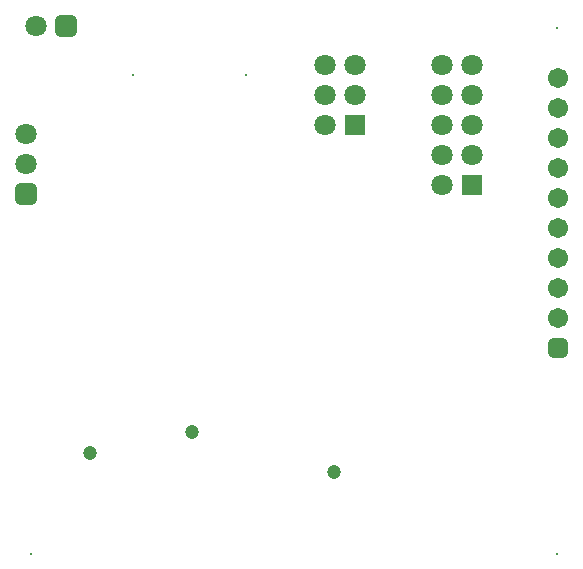
<source format=gbs>
G04 Layer_Color=16711935*
%FSLAX44Y44*%
%MOMM*%
G71*
G01*
G75*
%ADD79C,0.3032*%
%ADD80C,1.7032*%
G04:AMPARAMS|DCode=81|XSize=1.7032mm|YSize=1.7032mm|CornerRadius=0.4766mm|HoleSize=0mm|Usage=FLASHONLY|Rotation=90.000|XOffset=0mm|YOffset=0mm|HoleType=Round|Shape=RoundedRectangle|*
%AMROUNDEDRECTD81*
21,1,1.7032,0.7500,0,0,90.0*
21,1,0.7500,1.7032,0,0,90.0*
1,1,0.9532,0.3750,0.3750*
1,1,0.9532,0.3750,-0.3750*
1,1,0.9532,-0.3750,-0.3750*
1,1,0.9532,-0.3750,0.3750*
%
%ADD81ROUNDEDRECTD81*%
%ADD82R,1.8032X1.8032*%
%ADD83C,1.8032*%
%ADD84C,1.2032*%
G04:AMPARAMS|DCode=85|XSize=1.8032mm|YSize=1.8032mm|CornerRadius=0.3416mm|HoleSize=0mm|Usage=FLASHONLY|Rotation=180.000|XOffset=0mm|YOffset=0mm|HoleType=Round|Shape=RoundedRectangle|*
%AMROUNDEDRECTD85*
21,1,1.8032,1.1200,0,0,180.0*
21,1,1.1200,1.8032,0,0,180.0*
1,1,0.6832,-0.5600,0.5600*
1,1,0.6832,0.5600,0.5600*
1,1,0.6832,0.5600,-0.5600*
1,1,0.6832,-0.5600,-0.5600*
%
%ADD85ROUNDEDRECTD85*%
G04:AMPARAMS|DCode=86|XSize=1.8032mm|YSize=1.8032mm|CornerRadius=0.3416mm|HoleSize=0mm|Usage=FLASHONLY|Rotation=90.000|XOffset=0mm|YOffset=0mm|HoleType=Round|Shape=RoundedRectangle|*
%AMROUNDEDRECTD86*
21,1,1.8032,1.1200,0,0,90.0*
21,1,1.1200,1.8032,0,0,90.0*
1,1,0.6832,0.5600,0.5600*
1,1,0.6832,0.5600,-0.5600*
1,1,0.6832,-0.5600,-0.5600*
1,1,0.6832,-0.5600,0.5600*
%
%ADD86ROUNDEDRECTD86*%
D79*
X207000Y430000D02*
D03*
X111000D02*
D03*
X470000Y25000D02*
D03*
Y470000D02*
D03*
X25000Y25000D02*
D03*
D80*
X471000Y250200D02*
D03*
Y224800D02*
D03*
Y275600D02*
D03*
Y301000D02*
D03*
Y326400D02*
D03*
Y351800D02*
D03*
Y377200D02*
D03*
Y402600D02*
D03*
Y428000D02*
D03*
D81*
Y199400D02*
D03*
D82*
X299000Y388200D02*
D03*
X398400Y337400D02*
D03*
D83*
X273600Y388200D02*
D03*
X299000Y413600D02*
D03*
X273600D02*
D03*
X299000Y439000D02*
D03*
X273600D02*
D03*
X373000D02*
D03*
Y413600D02*
D03*
X398400Y439000D02*
D03*
Y413600D02*
D03*
X373000Y388200D02*
D03*
X398400D02*
D03*
X373000Y362800D02*
D03*
X398400D02*
D03*
X373000Y337400D02*
D03*
X28800Y472000D02*
D03*
X21000Y355000D02*
D03*
Y380400D02*
D03*
D84*
X75000Y110000D02*
D03*
X161500Y128000D02*
D03*
X281500Y94000D02*
D03*
D85*
X54200Y472000D02*
D03*
D86*
X21000Y329600D02*
D03*
M02*

</source>
